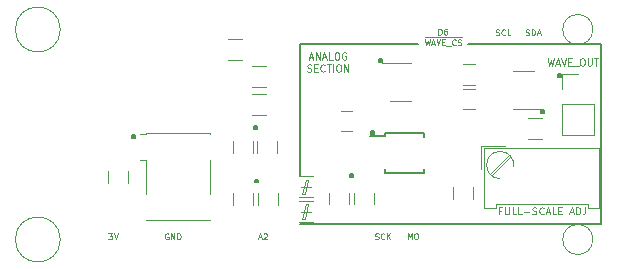
<source format=gto>
G04 #@! TF.GenerationSoftware,KiCad,Pcbnew,(5.0.0-rc2-dev-444-g2974a2c10)*
G04 #@! TF.CreationDate,2019-11-19T23:53:18-08:00*
G04 #@! TF.ProjectId,Waveform_Gen_ADSR,57617665666F726D5F47656E5F414453,v00*
G04 #@! TF.SameCoordinates,Original*
G04 #@! TF.FileFunction,Legend,Top*
G04 #@! TF.FilePolarity,Positive*
%FSLAX46Y46*%
G04 Gerber Fmt 4.6, Leading zero omitted, Abs format (unit mm)*
G04 Created by KiCad (PCBNEW (5.0.0-rc2-dev-444-g2974a2c10)) date 11/19/19 23:53:18*
%MOMM*%
%LPD*%
G01*
G04 APERTURE LIST*
%ADD10C,0.200000*%
%ADD11C,0.150000*%
%ADD12C,0.100000*%
%ADD13C,0.120000*%
G04 APERTURE END LIST*
D10*
X145500000Y-99000000D02*
X134250000Y-99000000D01*
D11*
G36*
X124231400Y-110312200D02*
X124231400Y-110062200D01*
X124481400Y-110062200D01*
X124481400Y-110312200D01*
X124231400Y-110312200D01*
G37*
X124231400Y-110312200D02*
X124231400Y-110062200D01*
X124481400Y-110062200D01*
X124481400Y-110312200D01*
X124231400Y-110312200D01*
D12*
X120700000Y-112600000D02*
X120500000Y-112600000D01*
X120400000Y-113800000D02*
X120700000Y-112600000D01*
X120200000Y-113800000D02*
X120400000Y-113800000D01*
X120900000Y-113200000D02*
X120100000Y-113200000D01*
X120500000Y-112600000D02*
X120200000Y-113800000D01*
X120900000Y-111100000D02*
X120100000Y-111100000D01*
X120700000Y-110500000D02*
X120500000Y-110500000D01*
X120400000Y-111700000D02*
X120700000Y-110500000D01*
X120200000Y-111700000D02*
X120400000Y-111700000D01*
X120500000Y-110500000D02*
X120200000Y-111700000D01*
D11*
G36*
X105750000Y-107000000D02*
X105750000Y-106750000D01*
X106000000Y-106750000D01*
X106000000Y-107000000D01*
X105750000Y-107000000D01*
G37*
X105750000Y-107000000D02*
X105750000Y-106750000D01*
X106000000Y-106750000D01*
X106000000Y-107000000D01*
X105750000Y-107000000D01*
G36*
X126650000Y-100500000D02*
X126650000Y-100250000D01*
X126900000Y-100250000D01*
X126900000Y-100500000D01*
X126650000Y-100500000D01*
G37*
X126650000Y-100500000D02*
X126650000Y-100250000D01*
X126900000Y-100250000D01*
X126900000Y-100500000D01*
X126650000Y-100500000D01*
G36*
X126000000Y-106676000D02*
X126000000Y-106426000D01*
X126250000Y-106426000D01*
X126250000Y-106676000D01*
X126000000Y-106676000D01*
G37*
X126000000Y-106676000D02*
X126000000Y-106426000D01*
X126250000Y-106426000D01*
X126250000Y-106676000D01*
X126000000Y-106676000D01*
G36*
X140400000Y-104850000D02*
X140400000Y-104600000D01*
X140650000Y-104600000D01*
X140650000Y-104850000D01*
X140400000Y-104850000D01*
G37*
X140400000Y-104850000D02*
X140400000Y-104600000D01*
X140650000Y-104600000D01*
X140650000Y-104850000D01*
X140400000Y-104850000D01*
G36*
X116078000Y-106197400D02*
X116078000Y-105947400D01*
X116328000Y-105947400D01*
X116328000Y-106197400D01*
X116078000Y-106197400D01*
G37*
X116078000Y-106197400D02*
X116078000Y-105947400D01*
X116328000Y-105947400D01*
X116328000Y-106197400D01*
X116078000Y-106197400D01*
G36*
X116150000Y-110744000D02*
X116150000Y-110494000D01*
X116400000Y-110494000D01*
X116400000Y-110744000D01*
X116150000Y-110744000D01*
G37*
X116150000Y-110744000D02*
X116150000Y-110494000D01*
X116400000Y-110494000D01*
X116400000Y-110744000D01*
X116150000Y-110744000D01*
G36*
X141800000Y-101850000D02*
X141800000Y-101600000D01*
X142050000Y-101600000D01*
X142050000Y-101850000D01*
X141800000Y-101850000D01*
G37*
X141800000Y-101850000D02*
X141800000Y-101600000D01*
X142050000Y-101600000D01*
X142050000Y-101850000D01*
X141800000Y-101850000D01*
D13*
X120778571Y-100160000D02*
X121064285Y-100160000D01*
X120721428Y-100331428D02*
X120921428Y-99731428D01*
X121121428Y-100331428D01*
X121321428Y-100331428D02*
X121321428Y-99731428D01*
X121664285Y-100331428D01*
X121664285Y-99731428D01*
X121921428Y-100160000D02*
X122207142Y-100160000D01*
X121864285Y-100331428D02*
X122064285Y-99731428D01*
X122264285Y-100331428D01*
X122750000Y-100331428D02*
X122464285Y-100331428D01*
X122464285Y-99731428D01*
X123064285Y-99731428D02*
X123178571Y-99731428D01*
X123235714Y-99760000D01*
X123292857Y-99817142D01*
X123321428Y-99931428D01*
X123321428Y-100131428D01*
X123292857Y-100245714D01*
X123235714Y-100302857D01*
X123178571Y-100331428D01*
X123064285Y-100331428D01*
X123007142Y-100302857D01*
X122950000Y-100245714D01*
X122921428Y-100131428D01*
X122921428Y-99931428D01*
X122950000Y-99817142D01*
X123007142Y-99760000D01*
X123064285Y-99731428D01*
X123892857Y-99760000D02*
X123835714Y-99731428D01*
X123750000Y-99731428D01*
X123664285Y-99760000D01*
X123607142Y-99817142D01*
X123578571Y-99874285D01*
X123550000Y-99988571D01*
X123550000Y-100074285D01*
X123578571Y-100188571D01*
X123607142Y-100245714D01*
X123664285Y-100302857D01*
X123750000Y-100331428D01*
X123807142Y-100331428D01*
X123892857Y-100302857D01*
X123921428Y-100274285D01*
X123921428Y-100074285D01*
X123807142Y-100074285D01*
X120607142Y-101322857D02*
X120692857Y-101351428D01*
X120835714Y-101351428D01*
X120892857Y-101322857D01*
X120921428Y-101294285D01*
X120950000Y-101237142D01*
X120950000Y-101180000D01*
X120921428Y-101122857D01*
X120892857Y-101094285D01*
X120835714Y-101065714D01*
X120721428Y-101037142D01*
X120664285Y-101008571D01*
X120635714Y-100980000D01*
X120607142Y-100922857D01*
X120607142Y-100865714D01*
X120635714Y-100808571D01*
X120664285Y-100780000D01*
X120721428Y-100751428D01*
X120864285Y-100751428D01*
X120950000Y-100780000D01*
X121207142Y-101037142D02*
X121407142Y-101037142D01*
X121492857Y-101351428D02*
X121207142Y-101351428D01*
X121207142Y-100751428D01*
X121492857Y-100751428D01*
X122092857Y-101294285D02*
X122064285Y-101322857D01*
X121978571Y-101351428D01*
X121921428Y-101351428D01*
X121835714Y-101322857D01*
X121778571Y-101265714D01*
X121750000Y-101208571D01*
X121721428Y-101094285D01*
X121721428Y-101008571D01*
X121750000Y-100894285D01*
X121778571Y-100837142D01*
X121835714Y-100780000D01*
X121921428Y-100751428D01*
X121978571Y-100751428D01*
X122064285Y-100780000D01*
X122092857Y-100808571D01*
X122264285Y-100751428D02*
X122607142Y-100751428D01*
X122435714Y-101351428D02*
X122435714Y-100751428D01*
X122807142Y-101351428D02*
X122807142Y-100751428D01*
X123207142Y-100751428D02*
X123321428Y-100751428D01*
X123378571Y-100780000D01*
X123435714Y-100837142D01*
X123464285Y-100951428D01*
X123464285Y-101151428D01*
X123435714Y-101265714D01*
X123378571Y-101322857D01*
X123321428Y-101351428D01*
X123207142Y-101351428D01*
X123150000Y-101322857D01*
X123092857Y-101265714D01*
X123064285Y-101151428D01*
X123064285Y-100951428D01*
X123092857Y-100837142D01*
X123150000Y-100780000D01*
X123207142Y-100751428D01*
X123721428Y-101351428D02*
X123721428Y-100751428D01*
X124064285Y-101351428D01*
X124064285Y-100751428D01*
D10*
X130000000Y-99000000D02*
X120000000Y-99000000D01*
X145500000Y-114250000D02*
X145500000Y-99000000D01*
X120000000Y-114250000D02*
X145500000Y-114250000D01*
X120000000Y-99000000D02*
X120000000Y-110200000D01*
D13*
X137040857Y-113127142D02*
X136840857Y-113127142D01*
X136840857Y-113441428D02*
X136840857Y-112841428D01*
X137126571Y-112841428D01*
X137355142Y-112841428D02*
X137355142Y-113327142D01*
X137383714Y-113384285D01*
X137412285Y-113412857D01*
X137469428Y-113441428D01*
X137583714Y-113441428D01*
X137640857Y-113412857D01*
X137669428Y-113384285D01*
X137698000Y-113327142D01*
X137698000Y-112841428D01*
X138269428Y-113441428D02*
X137983714Y-113441428D01*
X137983714Y-112841428D01*
X138755142Y-113441428D02*
X138469428Y-113441428D01*
X138469428Y-112841428D01*
X138955142Y-113212857D02*
X139412285Y-113212857D01*
X139669428Y-113412857D02*
X139755142Y-113441428D01*
X139898000Y-113441428D01*
X139955142Y-113412857D01*
X139983714Y-113384285D01*
X140012285Y-113327142D01*
X140012285Y-113270000D01*
X139983714Y-113212857D01*
X139955142Y-113184285D01*
X139898000Y-113155714D01*
X139783714Y-113127142D01*
X139726571Y-113098571D01*
X139698000Y-113070000D01*
X139669428Y-113012857D01*
X139669428Y-112955714D01*
X139698000Y-112898571D01*
X139726571Y-112870000D01*
X139783714Y-112841428D01*
X139926571Y-112841428D01*
X140012285Y-112870000D01*
X140612285Y-113384285D02*
X140583714Y-113412857D01*
X140498000Y-113441428D01*
X140440857Y-113441428D01*
X140355142Y-113412857D01*
X140298000Y-113355714D01*
X140269428Y-113298571D01*
X140240857Y-113184285D01*
X140240857Y-113098571D01*
X140269428Y-112984285D01*
X140298000Y-112927142D01*
X140355142Y-112870000D01*
X140440857Y-112841428D01*
X140498000Y-112841428D01*
X140583714Y-112870000D01*
X140612285Y-112898571D01*
X140840857Y-113270000D02*
X141126571Y-113270000D01*
X140783714Y-113441428D02*
X140983714Y-112841428D01*
X141183714Y-113441428D01*
X141669428Y-113441428D02*
X141383714Y-113441428D01*
X141383714Y-112841428D01*
X141869428Y-113127142D02*
X142069428Y-113127142D01*
X142155142Y-113441428D02*
X141869428Y-113441428D01*
X141869428Y-112841428D01*
X142155142Y-112841428D01*
X142840857Y-113270000D02*
X143126571Y-113270000D01*
X142783714Y-113441428D02*
X142983714Y-112841428D01*
X143183714Y-113441428D01*
X143383714Y-113441428D02*
X143383714Y-112841428D01*
X143526571Y-112841428D01*
X143612285Y-112870000D01*
X143669428Y-112927142D01*
X143698000Y-112984285D01*
X143726571Y-113098571D01*
X143726571Y-113184285D01*
X143698000Y-113298571D01*
X143669428Y-113355714D01*
X143612285Y-113412857D01*
X143526571Y-113441428D01*
X143383714Y-113441428D01*
X144155142Y-112841428D02*
X144155142Y-113270000D01*
X144126571Y-113355714D01*
X144069428Y-113412857D01*
X143983714Y-113441428D01*
X143926571Y-113441428D01*
D12*
X130593452Y-98410000D02*
X131072380Y-98410000D01*
X130572380Y-98626190D02*
X130691428Y-99126190D01*
X130786666Y-98769047D01*
X130881904Y-99126190D01*
X131000952Y-98626190D01*
X131072380Y-98410000D02*
X131500952Y-98410000D01*
X131167619Y-98983333D02*
X131405714Y-98983333D01*
X131120000Y-99126190D02*
X131286666Y-98626190D01*
X131453333Y-99126190D01*
X131500952Y-98410000D02*
X131929523Y-98410000D01*
X131548571Y-98626190D02*
X131715238Y-99126190D01*
X131881904Y-98626190D01*
X131929523Y-98410000D02*
X132381904Y-98410000D01*
X132048571Y-98864285D02*
X132215238Y-98864285D01*
X132286666Y-99126190D02*
X132048571Y-99126190D01*
X132048571Y-98626190D01*
X132286666Y-98626190D01*
X132381904Y-98410000D02*
X132762857Y-98410000D01*
X132381904Y-99173809D02*
X132762857Y-99173809D01*
X132762857Y-98410000D02*
X133262857Y-98410000D01*
X133167619Y-99078571D02*
X133143809Y-99102380D01*
X133072380Y-99126190D01*
X133024761Y-99126190D01*
X132953333Y-99102380D01*
X132905714Y-99054761D01*
X132881904Y-99007142D01*
X132858095Y-98911904D01*
X132858095Y-98840476D01*
X132881904Y-98745238D01*
X132905714Y-98697619D01*
X132953333Y-98650000D01*
X133024761Y-98626190D01*
X133072380Y-98626190D01*
X133143809Y-98650000D01*
X133167619Y-98673809D01*
X133262857Y-98410000D02*
X133739047Y-98410000D01*
X133358095Y-99102380D02*
X133429523Y-99126190D01*
X133548571Y-99126190D01*
X133596190Y-99102380D01*
X133620000Y-99078571D01*
X133643809Y-99030952D01*
X133643809Y-98983333D01*
X133620000Y-98935714D01*
X133596190Y-98911904D01*
X133548571Y-98888095D01*
X133453333Y-98864285D01*
X133405714Y-98840476D01*
X133381904Y-98816666D01*
X133358095Y-98769047D01*
X133358095Y-98721428D01*
X133381904Y-98673809D01*
X133405714Y-98650000D01*
X133453333Y-98626190D01*
X133572380Y-98626190D01*
X133643809Y-98650000D01*
X99695000Y-97790000D02*
G75*
G03X99695000Y-97790000I-1905000J0D01*
G01*
X99695000Y-115570000D02*
G75*
G03X99695000Y-115570000I-1905000J0D01*
G01*
X144780000Y-115570000D02*
G75*
G03X144780000Y-115570000I-1270000J0D01*
G01*
X144780000Y-97790000D02*
G75*
G03X144780000Y-97790000I-1270000J0D01*
G01*
D11*
X127175000Y-106579800D02*
X127175000Y-106804800D01*
X130525000Y-106579800D02*
X130525000Y-106879800D01*
X130525000Y-109929800D02*
X130525000Y-109629800D01*
X127175000Y-109929800D02*
X127175000Y-109629800D01*
X127175000Y-106579800D02*
X130525000Y-106579800D01*
X127175000Y-109929800D02*
X130525000Y-109929800D01*
X127175000Y-106804800D02*
X125950000Y-106804800D01*
D13*
X103750000Y-109800000D02*
X103750000Y-110800000D01*
X105450000Y-110800000D02*
X105450000Y-109800000D01*
X119900000Y-110220000D02*
X121100000Y-110220000D01*
X121100000Y-111980000D02*
X119900000Y-111980000D01*
X121100000Y-114080000D02*
X119900000Y-114080000D01*
X119900000Y-112320000D02*
X121100000Y-112320000D01*
X142180000Y-101540000D02*
X143510000Y-101540000D01*
X142180000Y-102870000D02*
X142180000Y-101540000D01*
X142180000Y-104140000D02*
X144840000Y-104140000D01*
X144840000Y-104140000D02*
X144840000Y-106740000D01*
X142180000Y-104140000D02*
X142180000Y-106740000D01*
X142180000Y-106740000D02*
X144840000Y-106740000D01*
X135315000Y-107620000D02*
X137315000Y-107620000D01*
X135315000Y-109620000D02*
X135315000Y-107620000D01*
X136942000Y-109402000D02*
X137821000Y-108525000D01*
X136209000Y-110135000D02*
X136902000Y-109443000D01*
X136069000Y-109994000D02*
X137680000Y-108384000D01*
X145325000Y-107860000D02*
X135555000Y-107860000D01*
X145325000Y-112930000D02*
X145325000Y-107860000D01*
X144335000Y-112930000D02*
X145325000Y-112930000D01*
X144335000Y-112550000D02*
X144335000Y-112930000D01*
X136545000Y-112550000D02*
X144335000Y-112550000D01*
X136545000Y-112930000D02*
X136545000Y-112550000D01*
X135555000Y-112930000D02*
X136545000Y-112930000D01*
X135555000Y-107860000D02*
X135555000Y-112930000D01*
X136924226Y-108106043D02*
G75*
G02X138088000Y-109420000I20774J-1153957D01*
G01*
X136924842Y-110414824D02*
G75*
G02X136945000Y-108105000I20158J1154824D01*
G01*
X106910000Y-108810000D02*
X106450000Y-108810000D01*
X106910000Y-111690000D02*
X106910000Y-108810000D01*
X112390000Y-106550000D02*
X112390000Y-106610000D01*
X106910000Y-106550000D02*
X112390000Y-106550000D01*
X106910000Y-106610000D02*
X106910000Y-106550000D01*
X106450000Y-106610000D02*
X106910000Y-106610000D01*
X112390000Y-108810000D02*
X112390000Y-111690000D01*
X106910000Y-113950000D02*
X106910000Y-113890000D01*
X112390000Y-113950000D02*
X106910000Y-113950000D01*
X112390000Y-113890000D02*
X112390000Y-113950000D01*
X116017927Y-108214025D02*
X116017927Y-107214025D01*
X114317927Y-107214025D02*
X114317927Y-108214025D01*
X134800000Y-102850000D02*
X133800000Y-102850000D01*
X133800000Y-104550000D02*
X134800000Y-104550000D01*
X124426600Y-104712400D02*
X123426600Y-104712400D01*
X123426600Y-106412400D02*
X124426600Y-106412400D01*
X134800000Y-100750000D02*
X133800000Y-100750000D01*
X133800000Y-102450000D02*
X134800000Y-102450000D01*
X118154804Y-112674218D02*
X118154804Y-111674218D01*
X116454804Y-111674218D02*
X116454804Y-112674218D01*
X124550000Y-111599000D02*
X124550000Y-112599000D01*
X126250000Y-112599000D02*
X126250000Y-111599000D01*
X132931800Y-111107600D02*
X132931800Y-112107600D01*
X134631800Y-112107600D02*
X134631800Y-111107600D01*
X116367127Y-107218632D02*
X116367127Y-108218632D01*
X118067127Y-108218632D02*
X118067127Y-107218632D01*
X115103200Y-100371800D02*
X113903200Y-100371800D01*
X113903200Y-98611800D02*
X115103200Y-98611800D01*
X140500000Y-107080000D02*
X139300000Y-107080000D01*
X139300000Y-105320000D02*
X140500000Y-105320000D01*
X122450000Y-111599000D02*
X122450000Y-112599000D01*
X124150000Y-112599000D02*
X124150000Y-111599000D01*
X138000000Y-104510000D02*
X140450000Y-104510000D01*
X139800000Y-101290000D02*
X138000000Y-101290000D01*
X115911207Y-100896400D02*
X117111207Y-100896400D01*
X117111207Y-102656400D02*
X115911207Y-102656400D01*
X117097400Y-105006400D02*
X115897400Y-105006400D01*
X115897400Y-103246400D02*
X117097400Y-103246400D01*
X129398600Y-100625000D02*
X126948600Y-100625000D01*
X127598600Y-103845000D02*
X129398600Y-103845000D01*
X114350000Y-111650000D02*
X114350000Y-112650000D01*
X116050000Y-112650000D02*
X116050000Y-111650000D01*
D12*
X131710952Y-98219390D02*
X131710952Y-97719390D01*
X131830000Y-97719390D01*
X131901428Y-97743200D01*
X131949047Y-97790819D01*
X131972857Y-97838438D01*
X131996666Y-97933676D01*
X131996666Y-98005104D01*
X131972857Y-98100342D01*
X131949047Y-98147961D01*
X131901428Y-98195580D01*
X131830000Y-98219390D01*
X131710952Y-98219390D01*
X132425238Y-97719390D02*
X132330000Y-97719390D01*
X132282380Y-97743200D01*
X132258571Y-97767009D01*
X132210952Y-97838438D01*
X132187142Y-97933676D01*
X132187142Y-98124152D01*
X132210952Y-98171771D01*
X132234761Y-98195580D01*
X132282380Y-98219390D01*
X132377619Y-98219390D01*
X132425238Y-98195580D01*
X132449047Y-98171771D01*
X132472857Y-98124152D01*
X132472857Y-98005104D01*
X132449047Y-97957485D01*
X132425238Y-97933676D01*
X132377619Y-97909866D01*
X132282380Y-97909866D01*
X132234761Y-97933676D01*
X132210952Y-97957485D01*
X132187142Y-98005104D01*
X136564761Y-98246380D02*
X136636190Y-98270190D01*
X136755238Y-98270190D01*
X136802857Y-98246380D01*
X136826666Y-98222571D01*
X136850476Y-98174952D01*
X136850476Y-98127333D01*
X136826666Y-98079714D01*
X136802857Y-98055904D01*
X136755238Y-98032095D01*
X136660000Y-98008285D01*
X136612380Y-97984476D01*
X136588571Y-97960666D01*
X136564761Y-97913047D01*
X136564761Y-97865428D01*
X136588571Y-97817809D01*
X136612380Y-97794000D01*
X136660000Y-97770190D01*
X136779047Y-97770190D01*
X136850476Y-97794000D01*
X137350476Y-98222571D02*
X137326666Y-98246380D01*
X137255238Y-98270190D01*
X137207619Y-98270190D01*
X137136190Y-98246380D01*
X137088571Y-98198761D01*
X137064761Y-98151142D01*
X137040952Y-98055904D01*
X137040952Y-97984476D01*
X137064761Y-97889238D01*
X137088571Y-97841619D01*
X137136190Y-97794000D01*
X137207619Y-97770190D01*
X137255238Y-97770190D01*
X137326666Y-97794000D01*
X137350476Y-97817809D01*
X137802857Y-98270190D02*
X137564761Y-98270190D01*
X137564761Y-97770190D01*
X139092857Y-98246380D02*
X139164285Y-98270190D01*
X139283333Y-98270190D01*
X139330952Y-98246380D01*
X139354761Y-98222571D01*
X139378571Y-98174952D01*
X139378571Y-98127333D01*
X139354761Y-98079714D01*
X139330952Y-98055904D01*
X139283333Y-98032095D01*
X139188095Y-98008285D01*
X139140476Y-97984476D01*
X139116666Y-97960666D01*
X139092857Y-97913047D01*
X139092857Y-97865428D01*
X139116666Y-97817809D01*
X139140476Y-97794000D01*
X139188095Y-97770190D01*
X139307142Y-97770190D01*
X139378571Y-97794000D01*
X139592857Y-98270190D02*
X139592857Y-97770190D01*
X139711904Y-97770190D01*
X139783333Y-97794000D01*
X139830952Y-97841619D01*
X139854761Y-97889238D01*
X139878571Y-97984476D01*
X139878571Y-98055904D01*
X139854761Y-98151142D01*
X139830952Y-98198761D01*
X139783333Y-98246380D01*
X139711904Y-98270190D01*
X139592857Y-98270190D01*
X140069047Y-98127333D02*
X140307142Y-98127333D01*
X140021428Y-98270190D02*
X140188095Y-97770190D01*
X140354761Y-98270190D01*
X129111428Y-115542190D02*
X129111428Y-115042190D01*
X129278095Y-115399333D01*
X129444761Y-115042190D01*
X129444761Y-115542190D01*
X129778095Y-115042190D02*
X129873333Y-115042190D01*
X129920952Y-115066000D01*
X129968571Y-115113619D01*
X129992380Y-115208857D01*
X129992380Y-115375523D01*
X129968571Y-115470761D01*
X129920952Y-115518380D01*
X129873333Y-115542190D01*
X129778095Y-115542190D01*
X129730476Y-115518380D01*
X129682857Y-115470761D01*
X129659047Y-115375523D01*
X129659047Y-115208857D01*
X129682857Y-115113619D01*
X129730476Y-115066000D01*
X129778095Y-115042190D01*
X126357142Y-115518380D02*
X126428571Y-115542190D01*
X126547619Y-115542190D01*
X126595238Y-115518380D01*
X126619047Y-115494571D01*
X126642857Y-115446952D01*
X126642857Y-115399333D01*
X126619047Y-115351714D01*
X126595238Y-115327904D01*
X126547619Y-115304095D01*
X126452380Y-115280285D01*
X126404761Y-115256476D01*
X126380952Y-115232666D01*
X126357142Y-115185047D01*
X126357142Y-115137428D01*
X126380952Y-115089809D01*
X126404761Y-115066000D01*
X126452380Y-115042190D01*
X126571428Y-115042190D01*
X126642857Y-115066000D01*
X127142857Y-115494571D02*
X127119047Y-115518380D01*
X127047619Y-115542190D01*
X127000000Y-115542190D01*
X126928571Y-115518380D01*
X126880952Y-115470761D01*
X126857142Y-115423142D01*
X126833333Y-115327904D01*
X126833333Y-115256476D01*
X126857142Y-115161238D01*
X126880952Y-115113619D01*
X126928571Y-115066000D01*
X127000000Y-115042190D01*
X127047619Y-115042190D01*
X127119047Y-115066000D01*
X127142857Y-115089809D01*
X127357142Y-115542190D02*
X127357142Y-115042190D01*
X127642857Y-115542190D02*
X127428571Y-115256476D01*
X127642857Y-115042190D02*
X127357142Y-115327904D01*
X116482857Y-115399333D02*
X116720952Y-115399333D01*
X116435238Y-115542190D02*
X116601904Y-115042190D01*
X116768571Y-115542190D01*
X116911428Y-115089809D02*
X116935238Y-115066000D01*
X116982857Y-115042190D01*
X117101904Y-115042190D01*
X117149523Y-115066000D01*
X117173333Y-115089809D01*
X117197142Y-115137428D01*
X117197142Y-115185047D01*
X117173333Y-115256476D01*
X116887619Y-115542190D01*
X117197142Y-115542190D01*
X108839047Y-115066000D02*
X108791428Y-115042190D01*
X108720000Y-115042190D01*
X108648571Y-115066000D01*
X108600952Y-115113619D01*
X108577142Y-115161238D01*
X108553333Y-115256476D01*
X108553333Y-115327904D01*
X108577142Y-115423142D01*
X108600952Y-115470761D01*
X108648571Y-115518380D01*
X108720000Y-115542190D01*
X108767619Y-115542190D01*
X108839047Y-115518380D01*
X108862857Y-115494571D01*
X108862857Y-115327904D01*
X108767619Y-115327904D01*
X109077142Y-115542190D02*
X109077142Y-115042190D01*
X109362857Y-115542190D01*
X109362857Y-115042190D01*
X109600952Y-115542190D02*
X109600952Y-115042190D01*
X109720000Y-115042190D01*
X109791428Y-115066000D01*
X109839047Y-115113619D01*
X109862857Y-115161238D01*
X109886666Y-115256476D01*
X109886666Y-115327904D01*
X109862857Y-115423142D01*
X109839047Y-115470761D01*
X109791428Y-115518380D01*
X109720000Y-115542190D01*
X109600952Y-115542190D01*
X103759047Y-115042190D02*
X104068571Y-115042190D01*
X103901904Y-115232666D01*
X103973333Y-115232666D01*
X104020952Y-115256476D01*
X104044761Y-115280285D01*
X104068571Y-115327904D01*
X104068571Y-115446952D01*
X104044761Y-115494571D01*
X104020952Y-115518380D01*
X103973333Y-115542190D01*
X103830476Y-115542190D01*
X103782857Y-115518380D01*
X103759047Y-115494571D01*
X104211428Y-115042190D02*
X104378095Y-115542190D01*
X104544761Y-115042190D01*
D13*
X140951428Y-100241428D02*
X141094285Y-100841428D01*
X141208571Y-100412857D01*
X141322857Y-100841428D01*
X141465714Y-100241428D01*
X141665714Y-100670000D02*
X141951428Y-100670000D01*
X141608571Y-100841428D02*
X141808571Y-100241428D01*
X142008571Y-100841428D01*
X142122857Y-100241428D02*
X142322857Y-100841428D01*
X142522857Y-100241428D01*
X142722857Y-100527142D02*
X142922857Y-100527142D01*
X143008571Y-100841428D02*
X142722857Y-100841428D01*
X142722857Y-100241428D01*
X143008571Y-100241428D01*
X143122857Y-100898571D02*
X143580000Y-100898571D01*
X143837142Y-100241428D02*
X143951428Y-100241428D01*
X144008571Y-100270000D01*
X144065714Y-100327142D01*
X144094285Y-100441428D01*
X144094285Y-100641428D01*
X144065714Y-100755714D01*
X144008571Y-100812857D01*
X143951428Y-100841428D01*
X143837142Y-100841428D01*
X143780000Y-100812857D01*
X143722857Y-100755714D01*
X143694285Y-100641428D01*
X143694285Y-100441428D01*
X143722857Y-100327142D01*
X143780000Y-100270000D01*
X143837142Y-100241428D01*
X144351428Y-100241428D02*
X144351428Y-100727142D01*
X144380000Y-100784285D01*
X144408571Y-100812857D01*
X144465714Y-100841428D01*
X144580000Y-100841428D01*
X144637142Y-100812857D01*
X144665714Y-100784285D01*
X144694285Y-100727142D01*
X144694285Y-100241428D01*
X144894285Y-100241428D02*
X145237142Y-100241428D01*
X145065714Y-100841428D02*
X145065714Y-100241428D01*
M02*

</source>
